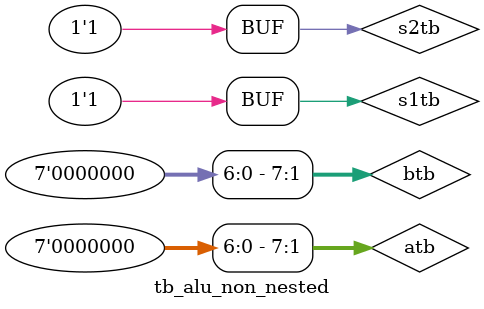
<source format=v>
`timescale 1ps/1ps
module tb_alu_non_nested ();
    reg [7:0] atb;
    reg [7:0] btb;
    reg s1tb;
    reg s2tb;
    wire[15:0] ytb;

    alu_non_nested duv(
        .a(atb),
        .b(btb),
        .s1(s1tb),
        .s2(s2tb),
        .y(ytb)
    );

    // Generate input randomly
    initial begin
        atb=$random;
        btb=$random;
        #1
        s1tb=0;
        s2tb=0;
        #2;
        atb=$random;
        btb=$random;
        s1tb=0;
        s2tb=1;
        #2;
        atb=$random;
        btb=$random;
        s1tb=1;
        s2tb=0;
        #2;
        atb=$random;
        btb=$random;
        s1tb=1;
        s2tb=1;
        #2;
    end

endmodule

</source>
